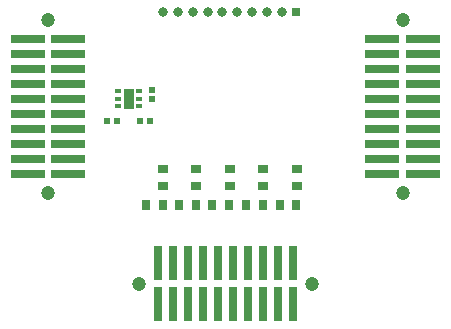
<source format=gts>
G04 #@! TF.FileFunction,Soldermask,Top*
%FSLAX46Y46*%
G04 Gerber Fmt 4.6, Leading zero omitted, Abs format (unit mm)*
G04 Created by KiCad (PCBNEW 4.0.2+e4-6225~38~ubuntu14.04.1-stable) date Mon 27 Jun 2016 21:44:47 BST*
%MOMM*%
G01*
G04 APERTURE LIST*
%ADD10C,0.100000*%
%ADD11R,0.800000X0.800000*%
%ADD12O,0.800000X0.800000*%
%ADD13R,2.920000X0.740000*%
%ADD14C,1.200000*%
%ADD15R,0.740000X2.920000*%
%ADD16R,0.900000X0.750000*%
%ADD17R,0.750000X0.900000*%
%ADD18R,0.520000X0.520000*%
%ADD19R,0.470000X0.400000*%
%ADD20R,0.952000X1.702000*%
G04 APERTURE END LIST*
D10*
D11*
X106000000Y-92000000D03*
D12*
X104750000Y-92000000D03*
X103500000Y-92000000D03*
X102250000Y-92000000D03*
X101000000Y-92000000D03*
X99750000Y-92000000D03*
X98500000Y-92000000D03*
X97250000Y-92000000D03*
X96000000Y-92000000D03*
X94750000Y-92000000D03*
D13*
X83285000Y-94285000D03*
X86715000Y-94285000D03*
X83285000Y-95555000D03*
X86715000Y-95555000D03*
X83285000Y-96825000D03*
X86715000Y-96825000D03*
X83285000Y-98095000D03*
X86715000Y-98095000D03*
X83285000Y-99365000D03*
X86715000Y-99365000D03*
X83285000Y-100635000D03*
X86715000Y-100635000D03*
X83285000Y-101905000D03*
X86715000Y-101905000D03*
X83285000Y-103175000D03*
X86715000Y-103175000D03*
X83285000Y-104445000D03*
X86715000Y-104445000D03*
X83285000Y-105715000D03*
X86715000Y-105715000D03*
X113285000Y-94285000D03*
X116715000Y-94285000D03*
X113285000Y-95555000D03*
X116715000Y-95555000D03*
X113285000Y-96825000D03*
X116715000Y-96825000D03*
X113285000Y-98095000D03*
X116715000Y-98095000D03*
X113285000Y-99365000D03*
X116715000Y-99365000D03*
X113285000Y-100635000D03*
X116715000Y-100635000D03*
X113285000Y-101905000D03*
X116715000Y-101905000D03*
X113285000Y-103175000D03*
X116715000Y-103175000D03*
X113285000Y-104445000D03*
X116715000Y-104445000D03*
X113285000Y-105715000D03*
X116715000Y-105715000D03*
D14*
X85000000Y-107305000D03*
X85000000Y-92695000D03*
X115000000Y-107305000D03*
X115000000Y-92695000D03*
D15*
X94285000Y-116715000D03*
X94285000Y-113285000D03*
X95555000Y-116715000D03*
X95555000Y-113285000D03*
X96825000Y-116715000D03*
X96825000Y-113285000D03*
X98095000Y-116715000D03*
X98095000Y-113285000D03*
X99365000Y-116715000D03*
X99365000Y-113285000D03*
X100635000Y-116715000D03*
X100635000Y-113285000D03*
X101905000Y-116715000D03*
X101905000Y-113285000D03*
X103175000Y-116715000D03*
X103175000Y-113285000D03*
X104445000Y-116715000D03*
X104445000Y-113285000D03*
X105715000Y-116715000D03*
X105715000Y-113285000D03*
D14*
X107305000Y-115000000D03*
X92695000Y-115000000D03*
D16*
X100350000Y-106700000D03*
X100350000Y-105300000D03*
X94750000Y-106700000D03*
X94750000Y-105300000D03*
X103200000Y-106700000D03*
X103200000Y-105300000D03*
X97550000Y-106700000D03*
X97550000Y-105300000D03*
X106100000Y-106700000D03*
X106100000Y-105300000D03*
D17*
X100300000Y-108300000D03*
X98900000Y-108300000D03*
X94700000Y-108300000D03*
X93300000Y-108300000D03*
X103150000Y-108300000D03*
X101750000Y-108300000D03*
X97500000Y-108300000D03*
X96100000Y-108300000D03*
X106000000Y-108300000D03*
X104600000Y-108300000D03*
D18*
X90000000Y-101200000D03*
X90800000Y-101200000D03*
X93600000Y-101200000D03*
X92800000Y-101200000D03*
D19*
X92715000Y-99999999D03*
X92715000Y-99349999D03*
X92715000Y-98699999D03*
X90885000Y-98699999D03*
X90885000Y-99349999D03*
X90885000Y-99999999D03*
D20*
X91800000Y-99349999D03*
D18*
X93818334Y-99400000D03*
X93818334Y-98600000D03*
M02*

</source>
